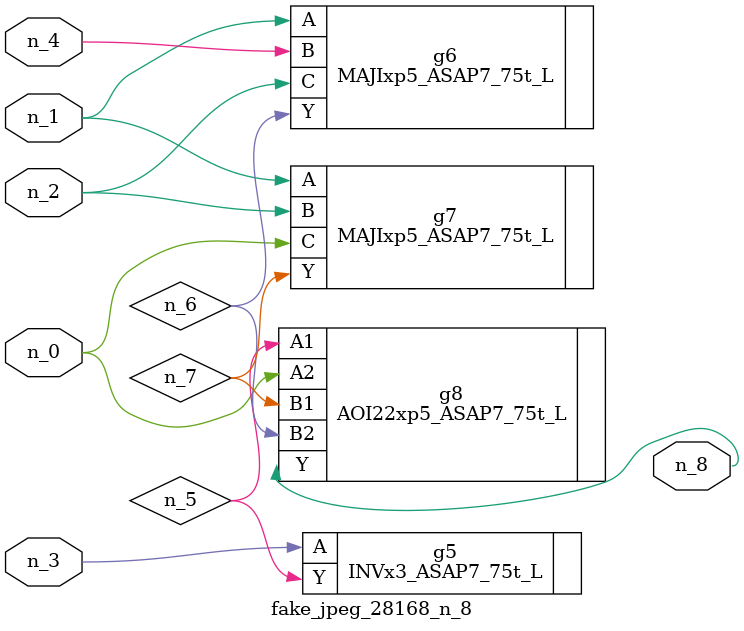
<source format=v>
module fake_jpeg_28168_n_8 (n_3, n_2, n_1, n_0, n_4, n_8);

input n_3;
input n_2;
input n_1;
input n_0;
input n_4;

output n_8;

wire n_6;
wire n_5;
wire n_7;

INVx3_ASAP7_75t_L g5 ( 
.A(n_3),
.Y(n_5)
);

MAJIxp5_ASAP7_75t_L g6 ( 
.A(n_1),
.B(n_4),
.C(n_2),
.Y(n_6)
);

MAJIxp5_ASAP7_75t_L g7 ( 
.A(n_1),
.B(n_2),
.C(n_0),
.Y(n_7)
);

AOI22xp5_ASAP7_75t_L g8 ( 
.A1(n_5),
.A2(n_0),
.B1(n_7),
.B2(n_6),
.Y(n_8)
);


endmodule
</source>
